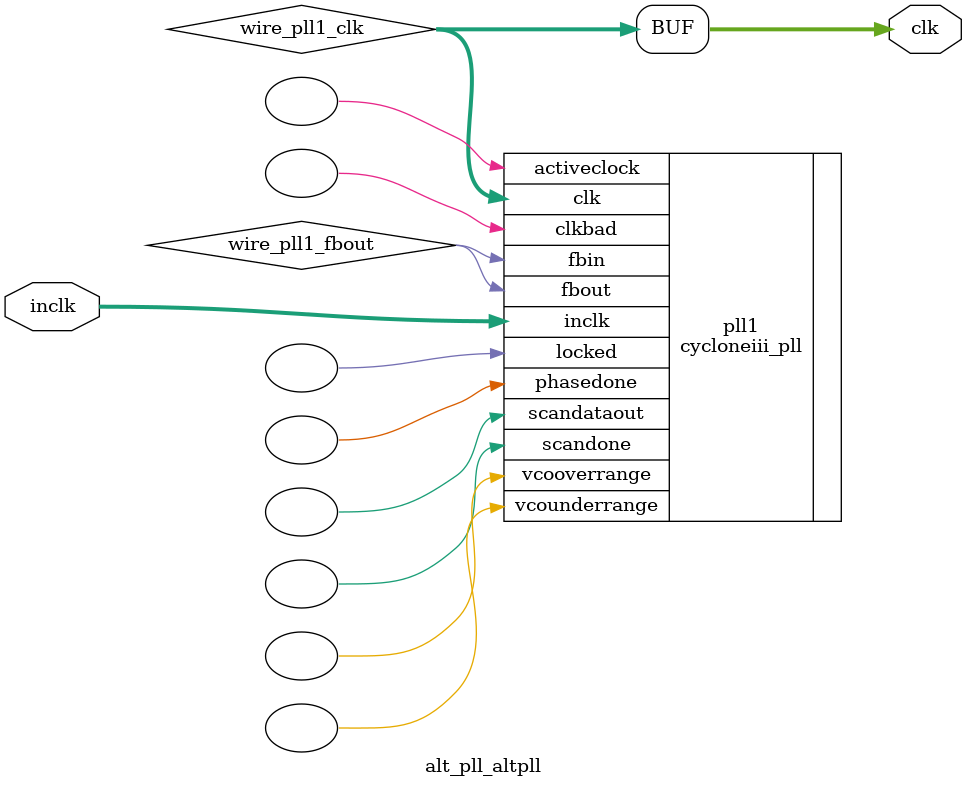
<source format=v>






//synthesis_resources = cycloneiii_pll 1 
//synopsys translate_off
`timescale 1 ps / 1 ps
//synopsys translate_on
module  alt_pll_altpll
	( 
	clk,
	inclk) /* synthesis synthesis_clearbox=1 */;
	output   [4:0]  clk;
	input   [1:0]  inclk;
`ifndef ALTERA_RESERVED_QIS
// synopsys translate_off
`endif
	tri0   [1:0]  inclk;
`ifndef ALTERA_RESERVED_QIS
// synopsys translate_on
`endif

	wire  [4:0]   wire_pll1_clk;
	wire  wire_pll1_fbout;

	cycloneiii_pll   pll1
	( 
	.activeclock(),
	.clk(wire_pll1_clk),
	.clkbad(),
	.fbin(wire_pll1_fbout),
	.fbout(wire_pll1_fbout),
	.inclk(inclk),
	.locked(),
	.phasedone(),
	.scandataout(),
	.scandone(),
	.vcooverrange(),
	.vcounderrange()
	`ifndef FORMAL_VERIFICATION
	// synopsys translate_off
	`endif
	,
	.areset(1'b0),
	.clkswitch(1'b0),
	.configupdate(1'b0),
	.pfdena(1'b1),
	.phasecounterselect({3{1'b0}}),
	.phasestep(1'b0),
	.phaseupdown(1'b0),
	.scanclk(1'b0),
	.scanclkena(1'b1),
	.scandata(1'b0)
	`ifndef FORMAL_VERIFICATION
	// synopsys translate_on
	`endif
	);
	defparam
		pll1.bandwidth_type = "auto",
		pll1.clk0_divide_by = 12500,
		pll1.clk0_duty_cycle = 50,
		pll1.clk0_multiply_by = 11059,
		pll1.clk0_phase_shift = "0",
		pll1.compensate_clock = "clk0",
		pll1.inclk0_input_frequency = 20000,
		pll1.operation_mode = "normal",
		pll1.pll_type = "auto",
		pll1.lpm_type = "cycloneiii_pll";
	assign
		clk = {wire_pll1_clk[4:0]};
endmodule //alt_pll_altpll
//VALID FILE

</source>
